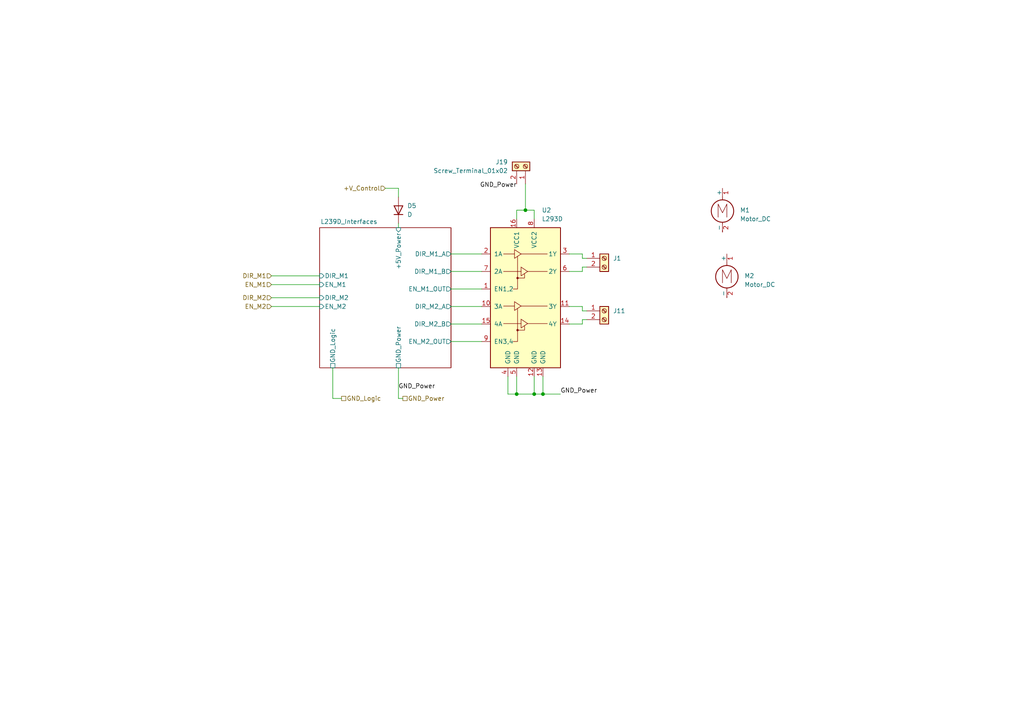
<source format=kicad_sch>
(kicad_sch (version 20231120) (generator "eeschema") (generator_version "8.0")
  (paper "A4")
  (title_block (date "2024-08-29") (rev "1.0") (company "Designed by CREPP-NLG"))
  (lib_symbols
    (symbol "CREPP_Drivers_Motors:L293D_THT" (pin_names (offset 1.016))
      (property "Reference" "U" (at -5.08 26.035 0))
      (property "Value" "L293D" (at -5.08 24.13 0))
      (symbol "L293D_THT_0_1"
        (rectangle (start -10.16 22.86) (end 10.16 -17.78) (stroke (width 0.254)) (fill (type background)))
        (circle (center -2.286 -6.858) (radius 0.254) (fill (type outline)))
        (circle (center -2.286 8.255) (radius 0.254) (fill (type outline)))
        (polyline (pts (xy -6.35 -4.953) (xy -1.27 -4.953)))
        (polyline (pts (xy -6.35 0.127) (xy -3.175 0.127)))
        (polyline (pts (xy -6.35 10.16) (xy -1.27 10.16)))
        (polyline (pts (xy -6.35 15.24) (xy -3.175 15.24)))
        (polyline (pts (xy -1.27 0.127) (xy 6.35 0.127)))
        (polyline (pts (xy -1.27 15.24) (xy 6.35 15.24)))
        (polyline (pts (xy 0.635 -4.953) (xy 6.35 -4.953)))
        (polyline (pts (xy 0.635 10.16) (xy 6.35 10.16)))
        (polyline (pts (xy -2.286 -6.858) (xy -0.254 -6.858) (xy -0.254 -5.588)))
        (polyline (pts (xy -2.286 -0.635) (xy -2.286 -10.16) (xy -3.556 -10.16)))
        (polyline (pts (xy -2.286 8.255) (xy -0.254 8.255) (xy -0.254 9.525)))
        (polyline (pts (xy -2.286 14.478) (xy -2.286 5.08) (xy -3.556 5.08)))
        (polyline (pts (xy -3.175 1.397) (xy -3.175 -1.143) (xy -1.27 0.127) (xy -3.175 1.397)))
        (polyline (pts (xy -3.175 16.51) (xy -3.175 13.97) (xy -1.27 15.24) (xy -3.175 16.51)))
        (polyline (pts (xy -1.27 -3.683) (xy -1.27 -6.223) (xy 0.635 -4.953) (xy -1.27 -3.683)))
        (polyline (pts (xy -1.27 11.43) (xy -1.27 8.89) (xy 0.635 10.16) (xy -1.27 11.43)))
      )
      (symbol "L293D_THT_1_1"
        (pin input line (at -12.7 5.08 0) (length 2.54) (name "EN1,2") (number "1"))
        (pin input line (at -12.7 0 0) (length 2.54) (name "3A") (number "10"))
        (pin output line (at 12.7 0 180) (length 2.54) (name "3Y") (number "11"))
        (pin power_in line (at 2.54 -20.32 90) (length 2.54) (name "GND") (number "12"))
        (pin power_in line (at 5.08 -20.32 90) (length 2.54) (name "GND") (number "13"))
        (pin output line (at 12.7 -5.08 180) (length 2.54) (name "4Y") (number "14"))
        (pin input line (at -12.7 -5.08 0) (length 2.54) (name "4A") (number "15"))
        (pin power_in line (at -2.54 25.4 270) (length 2.54) (name "VCC1") (number "16"))
        (pin input line (at -12.7 15.24 0) (length 2.54) (name "1A") (number "2"))
        (pin output line (at 12.7 15.24 180) (length 2.54) (name "1Y") (number "3"))
        (pin power_in line (at -5.08 -20.32 90) (length 2.54) (name "GND") (number "4"))
        (pin power_in line (at -2.54 -20.32 90) (length 2.54) (name "GND") (number "5"))
        (pin output line (at 12.7 10.16 180) (length 2.54) (name "2Y") (number "6"))
        (pin input line (at -12.7 10.16 0) (length 2.54) (name "2A") (number "7"))
        (pin power_in line (at 2.54 25.4 270) (length 2.54) (name "VCC2") (number "8"))
        (pin input line (at -12.7 -10.16 0) (length 2.54) (name "EN3,4") (number "9"))
      )
    )
    (symbol "Connector:Screw_Terminal_01x02" (pin_names (offset 1.016) hide)
      (property "Reference" "J" (at 0 2.54 0))
      (property "Value" "Screw_Terminal_01x02" (at 0 -5.08 0))
      (symbol "Screw_Terminal_01x02_1_1"
        (rectangle (start -1.27 1.27) (end 1.27 -3.81) (stroke (width 0.254)) (fill (type background)))
        (circle (center 0 -2.54) (radius 0.635) (stroke (width 0.1524)))
        (polyline (pts (xy -0.5334 -2.2098) (xy 0.3302 -3.048)) (stroke (width 0.1524)))
        (polyline (pts (xy -0.5334 0.3302) (xy 0.3302 -0.508)) (stroke (width 0.1524)))
        (polyline (pts (xy -0.3556 -2.032) (xy 0.508 -2.8702)) (stroke (width 0.1524)))
        (polyline (pts (xy -0.3556 0.508) (xy 0.508 -0.3302)) (stroke (width 0.1524)))
        (circle (center 0 0) (radius 0.635) (stroke (width 0.1524)))
        (pin passive line (at -5.08 0 0) (length 3.81) (name "Pin_1") (number "1"))
        (pin passive line (at -5.08 -2.54 0) (length 3.81) (name "Pin_2") (number "2"))
      )
    )
    (symbol "Device:D" (pin_numbers hide) (pin_names (offset 1.016) hide)
      (property "Reference" "D" (at 0 2.54 0))
      (property "Value" "D" (at 0 -2.54 0))
      (symbol "D_0_1"
        (polyline (pts (xy -1.27 1.27) (xy -1.27 -1.27)) (stroke (width 0.254)))
        (polyline (pts (xy 1.27 0) (xy -1.27 0)))
        (polyline (pts (xy 1.27 1.27) (xy 1.27 -1.27) (xy -1.27 0) (xy 1.27 1.27)) (stroke (width 0.254)))
      )
      (symbol "D_1_1"
        (pin passive line (at -3.81 0 0) (length 2.54) (name "K") (number "1"))
        (pin passive line (at 3.81 0 180) (length 2.54) (name "A") (number "2"))
      )
    )
    (symbol "Motor:Motor_DC" (pin_names (offset 0))
      (property "Reference" "M" (at 2.54 2.54 0))
      (property "Value" "Motor_DC" (at 2.54 -5.08 0))
      (symbol "Motor_DC_0_0"
        (polyline (pts (xy -1.27 -3.302) (xy -1.27 0.508) (xy 0 -2.032) (xy 1.27 0.508) (xy 1.27 -3.302)))
      )
      (symbol "Motor_DC_0_1"
        (circle (center 0 -1.524) (radius 3.2512) (stroke (width 0.254)))
        (polyline (pts (xy 0 -7.62) (xy 0 -7.112)))
        (polyline (pts (xy 0 -4.7752) (xy 0 -5.1816)))
        (polyline (pts (xy 0 1.7272) (xy 0 2.0828)))
        (polyline (pts (xy 0 2.032) (xy 0 2.54)))
      )
      (symbol "Motor_DC_1_1"
        (pin passive line (at 0 5.08 270) (length 2.54) (name "+") (number "1"))
        (pin passive line (at 0 -7.62 90) (length 2.54) (name "-") (number "2"))
      )
    )
  )
  (junction (at 152.4 60.96))
  (junction (at 157.48 114.3))
  (junction (at 154.94 114.3))
  (junction (at 149.86 114.3))
  (wire (pts (xy 78.74 82.55) (xy 92.71 82.55)))
  (wire (pts (xy 170.18 90.17) (xy 168.91 90.17)))
  (wire (pts (xy 115.57 57.15) (xy 115.57 54.61)))
  (wire (pts (xy 78.74 88.9) (xy 92.71 88.9)))
  (wire (pts (xy 78.74 86.36) (xy 92.71 86.36)))
  (wire (pts (xy 165.1 73.66) (xy 168.91 73.66)))
  (wire (pts (xy 152.4 53.34) (xy 152.4 60.96)))
  (wire (pts (xy 78.74 80.01) (xy 92.71 80.01)))
  (wire (pts (xy 149.86 60.96) (xy 149.86 63.5)))
  (wire (pts (xy 157.48 109.22) (xy 157.48 114.3)))
  (wire (pts (xy 168.91 77.47) (xy 168.91 78.74)))
  (wire (pts (xy 154.94 114.3) (xy 157.48 114.3)))
  (wire (pts (xy 170.18 77.47) (xy 168.91 77.47)))
  (wire (pts (xy 165.1 93.98) (xy 168.91 93.98)))
  (wire (pts (xy 149.86 109.22) (xy 149.86 114.3)))
  (wire (pts (xy 130.81 88.9) (xy 139.7 88.9)))
  (wire (pts (xy 115.57 106.68) (xy 115.57 115.57)))
  (wire (pts (xy 116.84 115.57) (xy 115.57 115.57)))
  (wire (pts (xy 168.91 88.9) (xy 165.1 88.9)))
  (wire (pts (xy 147.32 114.3) (xy 149.86 114.3)))
  (wire (pts (xy 115.57 64.77) (xy 115.57 66.04)))
  (wire (pts (xy 147.32 109.22) (xy 147.32 114.3)))
  (wire (pts (xy 115.57 54.61) (xy 111.76 54.61)))
  (wire (pts (xy 130.81 73.66) (xy 139.7 73.66)))
  (wire (pts (xy 154.94 60.96) (xy 152.4 60.96)))
  (wire (pts (xy 130.81 93.98) (xy 139.7 93.98)))
  (wire (pts (xy 154.94 109.22) (xy 154.94 114.3)))
  (wire (pts (xy 154.94 63.5) (xy 154.94 60.96)))
  (wire (pts (xy 157.48 114.3) (xy 162.56 114.3)))
  (wire (pts (xy 149.86 114.3) (xy 154.94 114.3)))
  (wire (pts (xy 168.91 74.93) (xy 168.91 73.66)))
  (wire (pts (xy 170.18 92.71) (xy 168.91 92.71)))
  (wire (pts (xy 168.91 90.17) (xy 168.91 88.9)))
  (wire (pts (xy 130.81 99.06) (xy 139.7 99.06)))
  (wire (pts (xy 96.52 115.57) (xy 99.06 115.57)))
  (wire (pts (xy 96.52 106.68) (xy 96.52 115.57)))
  (wire (pts (xy 165.1 78.74) (xy 168.91 78.74)))
  (wire (pts (xy 152.4 60.96) (xy 149.86 60.96)))
  (wire (pts (xy 170.18 74.93) (xy 168.91 74.93)))
  (wire (pts (xy 168.91 92.71) (xy 168.91 93.98)))
  (wire (pts (xy 130.81 83.82) (xy 139.7 83.82)))
  (wire (pts (xy 130.81 78.74) (xy 139.7 78.74)))
  (label "GND_Power" (at 162.56 114.3 0))
  (label "GND_Power" (at 149.86 54.61 180))
  (label "GND_Power" (at 115.57 113.03 0))
  (hierarchical_label "EN_M1" (shape input) (at 78.74 82.55 180))
  (hierarchical_label "DIR_M2" (shape input) (at 78.74 86.36 180))
  (hierarchical_label "GND_Logic" (shape passive) (at 99.06 115.57 0))
  (hierarchical_label "GND_Power" (shape passive) (at 116.84 115.57 0))
  (hierarchical_label "+V_Control" (shape input) (at 111.76 54.61 180))
  (hierarchical_label "EN_M2" (shape input) (at 78.74 88.9 180))
  (hierarchical_label "DIR_M1" (shape input) (at 78.74 80.01 180))
  (symbol (lib_id "Connector:Screw_Terminal_01x02") (at 175.26 74.93 0) (unit 1)
    (property "Reference" "J1" (at 177.8 74.9299 0) (effects (justify left)))
    (property "Value" "Screw_Terminal_01x02" (effects (hide yes)))
    (property "Footprint" "TerminalBlock_Phoenix:TerminalBlock_Phoenix_MKDS-3-2-5.08_1x02_P5.08mm_Horizontal" (effects (hide yes)))
    (property "Description" "Generic screw terminal, single row, 01x02, script generated (kicad-library-utils/schlib/autogen/connector/)" (effects (hide yes)))
  )
  (symbol (lib_id "Motor:Motor_DC") (at 209.55 59.69 0) (unit 1)
    (property "Reference" "M1" (at 214.63 60.9599 0) (effects (justify left)))
    (property "Value" "Motor_DC" (at 214.63 63.4999 0) (effects (justify left)))
    (property "Footprint" "Connector_PinHeader_2.54mm:PinHeader_1x01_P2.54mm_Vertical" (effects (hide yes)))
    (property "Description" "DC Motor" (effects (hide yes)))
  )
  (symbol (lib_id "CREPP_Drivers_Motors:L293D_THT") (at 152.4 88.9 0) (unit 1)
    (property "Reference" "U2" (at 157.1341 60.96 0) (effects (justify left)))
    (property "Value" "L293D" (at 157.1341 63.5 0) (effects (justify left)))
    (property "Footprint" "Package_DIP:DIP-16_W7.62mm_Socket" (effects (hide yes)))
    (property "Datasheet" "http://www.ti.com/lit/ds/symlink/l293.pdf" (effects (hide yes)))
    (property "Description" "Quadruple Half-H Drivers" (effects (hide yes)))
  )
  (symbol (lib_id "Connector:Screw_Terminal_01x02") (at 175.26 90.17 0) (unit 1)
    (property "Reference" "J11" (at 177.8 90.1699 0) (effects (justify left)))
    (property "Value" "Screw_Terminal_01x02" (effects (hide yes)))
    (property "Footprint" "TerminalBlock_Phoenix:TerminalBlock_Phoenix_MKDS-3-2-5.08_1x02_P5.08mm_Horizontal" (effects (hide yes)))
    (property "Description" "Generic screw terminal, single row, 01x02, script generated (kicad-library-utils/schlib/autogen/connector/)" (effects (hide yes)))
  )
  (symbol (lib_id "Motor:Motor_DC") (at 210.82 78.74 0) (unit 1)
    (property "Reference" "M2" (at 215.9 80.0099 0) (effects (justify left)))
    (property "Value" "Motor_DC" (at 215.9 82.5499 0) (effects (justify left)))
    (property "Footprint" "Connector_PinHeader_2.54mm:PinHeader_1x01_P2.54mm_Vertical" (effects (hide yes)))
    (property "Description" "DC Motor" (effects (hide yes)))
  )
  (symbol (lib_id "Device:D") (at 115.57 60.96 90) (unit 1)
    (property "Reference" "D5" (at 118.11 59.6899 90) (effects (justify right)))
    (property "Value" "D" (at 118.11 62.2299 90) (effects (justify right)))
    (property "Footprint" "Diode_THT:D_A-405_P7.62mm_Horizontal" (effects (hide yes)))
    (property "Description" "Diode" (effects (hide yes)))
    (property "Sim.Device" "D" (effects (hide yes)))
    (property "Sim.Pins" "1=K 2=A" (effects (hide yes)))
  )
  (symbol (lib_id "Connector:Screw_Terminal_01x02") (at 152.4 48.26 270) (mirror x) (unit 1)
    (property "Reference" "J19" (at 147.32 46.9899 90) (effects (justify right)))
    (property "Value" "Screw_Terminal_01x02" (at 147.32 49.5299 90) (effects (justify right)))
    (property "Footprint" "TerminalBlock_Phoenix:TerminalBlock_Phoenix_MKDS-3-2-5.08_1x02_P5.08mm_Horizontal" (effects (hide yes)))
    (property "Description" "Generic screw terminal, single row, 01x02, script generated (kicad-library-utils/schlib/autogen/connector/)" (effects (hide yes)))
  )
  (sheet (at 92.71 66.04) (size 38.1 40.64) (stroke (width 0.1524))
    (property "Sheetname" "L239D_Interfaces" (at 92.964 65.024 0) (effects (justify left bottom)))
    (property "Sheetfile" "L239D_Interfaces.kicad_sch" (effects (hide yes)))
    (pin "+5V_Power" input (at 115.57 66.04 90))
    (pin "GND_Power" passive (at 115.57 106.68 270))
    (pin "DIR_M2" input (at 92.71 86.36 180))
    (pin "EN_M1" input (at 92.71 82.55 180))
    (pin "EN_M2" input (at 92.71 88.9 180))
    (pin "DIR_M1_B" output (at 130.81 78.74 0))
    (pin "DIR_M1_A" output (at 130.81 73.66 0))
    (pin "DIR_M2_A" output (at 130.81 88.9 0))
    (pin "DIR_M2_B" output (at 130.81 93.98 0))
    (pin "DIR_M1" input (at 92.71 80.01 180))
    (pin "EN_M2_OUT" output (at 130.81 99.06 0))
    (pin "EN_M1_OUT" output (at 130.81 83.82 0))
    (pin "GND_Logic" passive (at 96.52 106.68 270))
  )
)
</source>
